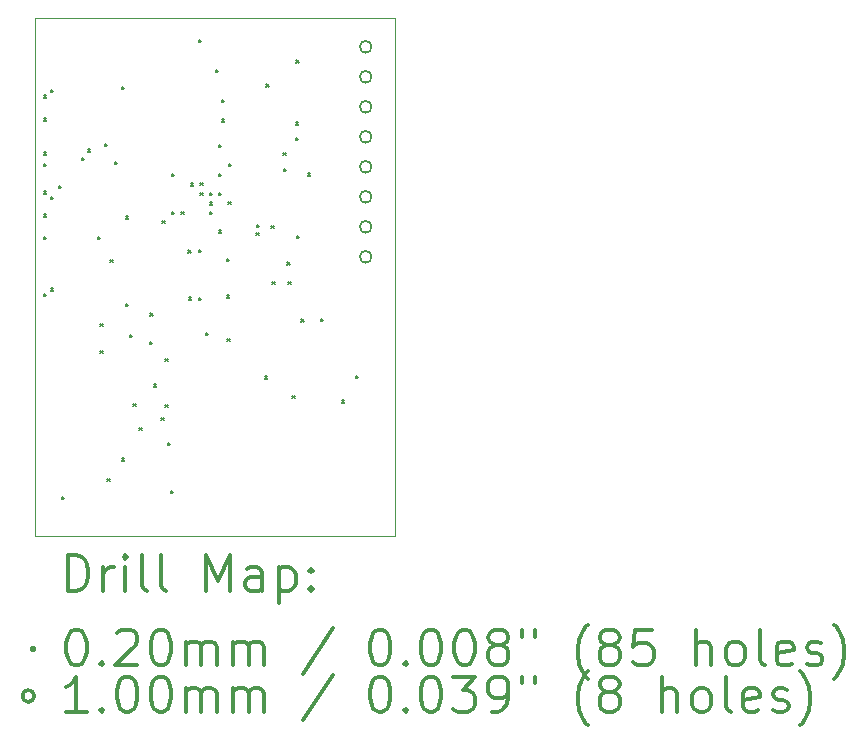
<source format=gbr>
%FSLAX45Y45*%
G04 Gerber Fmt 4.5, Leading zero omitted, Abs format (unit mm)*
G04 Created by KiCad (PCBNEW (5.1.0)-1) date 2019-04-11 03:02:55*
%MOMM*%
%LPD*%
G04 APERTURE LIST*
%ADD10C,0.050000*%
%ADD11C,0.200000*%
%ADD12C,0.300000*%
G04 APERTURE END LIST*
D10*
X12700000Y-8953500D02*
X12700000Y-13335000D01*
X15748000Y-8953500D02*
X12700000Y-8953500D01*
X15748000Y-13335000D02*
X15748000Y-8953500D01*
X12700000Y-13335000D02*
X15748000Y-13335000D01*
D11*
X12778900Y-9608980D02*
X12798900Y-9628980D01*
X12798900Y-9608980D02*
X12778900Y-9628980D01*
X12778900Y-9802020D02*
X12798900Y-9822020D01*
X12798900Y-9802020D02*
X12778900Y-9822020D01*
X12778900Y-10091580D02*
X12798900Y-10111580D01*
X12798900Y-10091580D02*
X12778900Y-10111580D01*
X12778900Y-10188100D02*
X12798900Y-10208100D01*
X12798900Y-10188100D02*
X12778900Y-10208100D01*
X12778900Y-10421780D02*
X12798900Y-10441780D01*
X12798900Y-10421780D02*
X12778900Y-10441780D01*
X12778900Y-10614820D02*
X12798900Y-10634820D01*
X12798900Y-10614820D02*
X12778900Y-10634820D01*
X12778900Y-10807860D02*
X12798900Y-10827860D01*
X12798900Y-10807860D02*
X12778900Y-10827860D01*
X12778900Y-11290460D02*
X12798900Y-11310460D01*
X12798900Y-11290460D02*
X12778900Y-11310460D01*
X12839860Y-9560720D02*
X12859860Y-9580720D01*
X12859860Y-9560720D02*
X12839860Y-9580720D01*
X12839860Y-10470040D02*
X12859860Y-10490040D01*
X12859860Y-10470040D02*
X12839860Y-10490040D01*
X12839860Y-11242200D02*
X12859860Y-11262200D01*
X12859860Y-11242200D02*
X12839860Y-11262200D01*
X12907530Y-10373520D02*
X12927530Y-10393520D01*
X12927530Y-10373520D02*
X12907530Y-10393520D01*
X12931560Y-13008764D02*
X12951560Y-13028764D01*
X12951560Y-13008764D02*
X12931560Y-13028764D01*
X13098940Y-10139840D02*
X13118940Y-10159840D01*
X13118940Y-10139840D02*
X13098940Y-10159840D01*
X13153156Y-10066320D02*
X13173156Y-10086320D01*
X13173156Y-10066320D02*
X13153156Y-10086320D01*
X13237271Y-10808015D02*
X13257271Y-10828015D01*
X13257271Y-10808015D02*
X13237271Y-10828015D01*
X13256420Y-11770520D02*
X13276420Y-11790520D01*
X13276420Y-11770520D02*
X13256420Y-11790520D01*
X13258452Y-11542936D02*
X13278452Y-11562936D01*
X13278452Y-11542936D02*
X13258452Y-11562936D01*
X13297060Y-10020460D02*
X13317060Y-10040460D01*
X13317060Y-10020460D02*
X13297060Y-10040460D01*
X13314840Y-12856347D02*
X13334840Y-12876347D01*
X13334840Y-12856347D02*
X13314840Y-12876347D01*
X13341997Y-10999376D02*
X13361997Y-11019376D01*
X13361997Y-10999376D02*
X13341997Y-11019376D01*
X13381388Y-10169812D02*
X13401388Y-10189812D01*
X13401388Y-10169812D02*
X13381388Y-10189812D01*
X13438284Y-9537860D02*
X13458284Y-9557860D01*
X13458284Y-9537860D02*
X13438284Y-9557860D01*
X13438284Y-12681872D02*
X13458284Y-12701872D01*
X13458284Y-12681872D02*
X13438284Y-12701872D01*
X13472320Y-10632092D02*
X13492320Y-10652092D01*
X13492320Y-10632092D02*
X13472320Y-10652092D01*
X13472320Y-11370724D02*
X13492320Y-11390724D01*
X13492320Y-11370724D02*
X13472320Y-11390724D01*
X13506864Y-11634376D02*
X13526864Y-11654376D01*
X13526864Y-11634376D02*
X13506864Y-11654376D01*
X13536328Y-12222132D02*
X13556328Y-12242132D01*
X13556328Y-12222132D02*
X13536328Y-12242132D01*
X13587636Y-12423808D02*
X13607636Y-12443808D01*
X13607636Y-12423808D02*
X13587636Y-12443808D01*
X13678568Y-11695336D02*
X13698568Y-11715336D01*
X13698568Y-11695336D02*
X13678568Y-11715336D01*
X13679076Y-11453528D02*
X13699076Y-11473528D01*
X13699076Y-11453528D02*
X13679076Y-11473528D01*
X13708540Y-12055000D02*
X13728540Y-12075000D01*
X13728540Y-12055000D02*
X13708540Y-12075000D01*
X13772040Y-12338972D02*
X13792040Y-12358972D01*
X13792040Y-12338972D02*
X13772040Y-12358972D01*
X13782200Y-10670700D02*
X13802200Y-10690700D01*
X13802200Y-10670700D02*
X13782200Y-10690700D01*
X13807092Y-11841640D02*
X13827092Y-11861640D01*
X13827092Y-11841640D02*
X13807092Y-11861640D01*
X13807092Y-12226704D02*
X13827092Y-12246704D01*
X13827092Y-12226704D02*
X13807092Y-12246704D01*
X13826760Y-12550300D02*
X13846760Y-12570300D01*
X13846760Y-12550300D02*
X13826760Y-12570300D01*
X13855860Y-12959240D02*
X13875860Y-12979240D01*
X13875860Y-12959240D02*
X13855860Y-12979240D01*
X13863480Y-10591960D02*
X13883480Y-10611960D01*
X13883480Y-10591960D02*
X13863480Y-10611960D01*
X13864750Y-10270650D02*
X13884750Y-10290650D01*
X13884750Y-10270650D02*
X13864750Y-10290650D01*
X13942220Y-10591960D02*
X13962220Y-10611960D01*
X13962220Y-10591960D02*
X13942220Y-10611960D01*
X14003181Y-10919620D02*
X14023181Y-10939620D01*
X14023181Y-10919620D02*
X14003181Y-10939620D01*
X14006736Y-11319416D02*
X14026736Y-11339416D01*
X14026736Y-11319416D02*
X14006736Y-11339416D01*
X14023500Y-10353200D02*
X14043500Y-10373200D01*
X14043500Y-10353200D02*
X14023500Y-10373200D01*
X14090556Y-9138572D02*
X14110556Y-9158572D01*
X14110556Y-9138572D02*
X14090556Y-9158572D01*
X14092080Y-10914541D02*
X14112080Y-10934541D01*
X14112080Y-10914541D02*
X14092080Y-10934541D01*
X14093096Y-11321448D02*
X14113096Y-11341448D01*
X14113096Y-11321448D02*
X14093096Y-11341448D01*
X14102240Y-10431940D02*
X14122240Y-10451940D01*
X14122240Y-10431940D02*
X14102240Y-10451940D01*
X14103764Y-10350660D02*
X14123764Y-10370660D01*
X14123764Y-10350660D02*
X14103764Y-10370660D01*
X14147960Y-11620660D02*
X14167960Y-11640660D01*
X14167960Y-11620660D02*
X14147960Y-11640660D01*
X14182250Y-10435750D02*
X14202250Y-10455750D01*
X14202250Y-10435750D02*
X14182250Y-10455750D01*
X14183520Y-10513220D02*
X14203520Y-10533220D01*
X14203520Y-10513220D02*
X14183520Y-10533220D01*
X14183520Y-10591960D02*
X14203520Y-10611960D01*
X14203520Y-10591960D02*
X14183520Y-10611960D01*
X14234828Y-9392064D02*
X14254828Y-9412064D01*
X14254828Y-9392064D02*
X14234828Y-9412064D01*
X14262260Y-10028080D02*
X14282260Y-10048080D01*
X14282260Y-10028080D02*
X14262260Y-10048080D01*
X14262260Y-10271920D02*
X14282260Y-10291920D01*
X14282260Y-10271920D02*
X14262260Y-10291920D01*
X14262260Y-10431940D02*
X14282260Y-10451940D01*
X14282260Y-10431940D02*
X14262260Y-10451940D01*
X14262260Y-10751980D02*
X14282260Y-10771980D01*
X14282260Y-10751980D02*
X14262260Y-10771980D01*
X14285120Y-9812180D02*
X14305120Y-9832180D01*
X14305120Y-9812180D02*
X14285120Y-9832180D01*
X14286560Y-9648180D02*
X14306560Y-9668180D01*
X14306560Y-9648180D02*
X14286560Y-9668180D01*
X14327792Y-10994296D02*
X14347792Y-11014296D01*
X14347792Y-10994296D02*
X14327792Y-11014296D01*
X14328300Y-11300620D02*
X14348300Y-11320620D01*
X14348300Y-11300620D02*
X14328300Y-11320620D01*
X14330840Y-11671460D02*
X14350840Y-11691460D01*
X14350840Y-11671460D02*
X14330840Y-11691460D01*
X14341000Y-10511950D02*
X14361000Y-10531950D01*
X14361000Y-10511950D02*
X14341000Y-10531950D01*
X14345064Y-10190132D02*
X14365064Y-10210132D01*
X14365064Y-10190132D02*
X14345064Y-10210132D01*
X14577220Y-10771792D02*
X14597220Y-10791792D01*
X14597220Y-10771792D02*
X14577220Y-10791792D01*
X14579760Y-10706260D02*
X14599760Y-10726260D01*
X14599760Y-10706260D02*
X14579760Y-10726260D01*
X14651388Y-11985912D02*
X14671388Y-12005912D01*
X14671388Y-11985912D02*
X14651388Y-12005912D01*
X14663580Y-9515000D02*
X14683580Y-9535000D01*
X14683580Y-9515000D02*
X14663580Y-9535000D01*
X14704220Y-10711340D02*
X14724220Y-10731340D01*
X14724220Y-10711340D02*
X14704220Y-10731340D01*
X14713508Y-11186176D02*
X14733508Y-11206176D01*
X14733508Y-11186176D02*
X14713508Y-11206176D01*
X14807692Y-10095804D02*
X14827692Y-10115804D01*
X14827692Y-10095804D02*
X14807692Y-10115804D01*
X14809106Y-10231804D02*
X14829106Y-10251804D01*
X14829106Y-10231804D02*
X14809106Y-10251804D01*
X14841380Y-11021220D02*
X14861380Y-11041220D01*
X14861380Y-11021220D02*
X14841380Y-11041220D01*
X14849508Y-11186320D02*
X14869508Y-11206320D01*
X14869508Y-11186320D02*
X14849508Y-11206320D01*
X14881881Y-12152167D02*
X14901881Y-12172167D01*
X14901881Y-12152167D02*
X14881881Y-12172167D01*
X14910468Y-9838088D02*
X14930468Y-9858088D01*
X14930468Y-9838088D02*
X14910468Y-9858088D01*
X14910468Y-9966612D02*
X14930468Y-9986612D01*
X14930468Y-9966612D02*
X14910468Y-9986612D01*
X14917192Y-9311172D02*
X14937192Y-9331172D01*
X14937192Y-9311172D02*
X14917192Y-9331172D01*
X14920120Y-10797700D02*
X14940120Y-10817700D01*
X14940120Y-10797700D02*
X14920120Y-10817700D01*
X14959320Y-11504244D02*
X14979320Y-11524244D01*
X14979320Y-11504244D02*
X14959320Y-11524244D01*
X15014100Y-10268110D02*
X15034100Y-10288110D01*
X15034100Y-10268110D02*
X15014100Y-10288110D01*
X15123320Y-11499248D02*
X15143320Y-11519248D01*
X15143320Y-11499248D02*
X15123320Y-11519248D01*
X15303660Y-12191652D02*
X15323660Y-12211652D01*
X15323660Y-12191652D02*
X15303660Y-12211652D01*
X15417960Y-11982864D02*
X15437960Y-12002864D01*
X15437960Y-11982864D02*
X15417960Y-12002864D01*
X15554160Y-9197340D02*
G75*
G03X15554160Y-9197340I-50000J0D01*
G01*
X15554160Y-9451340D02*
G75*
G03X15554160Y-9451340I-50000J0D01*
G01*
X15554160Y-9705340D02*
G75*
G03X15554160Y-9705340I-50000J0D01*
G01*
X15554160Y-9959340D02*
G75*
G03X15554160Y-9959340I-50000J0D01*
G01*
X15554160Y-10213340D02*
G75*
G03X15554160Y-10213340I-50000J0D01*
G01*
X15554160Y-10467340D02*
G75*
G03X15554160Y-10467340I-50000J0D01*
G01*
X15554160Y-10721340D02*
G75*
G03X15554160Y-10721340I-50000J0D01*
G01*
X15554160Y-10975340D02*
G75*
G03X15554160Y-10975340I-50000J0D01*
G01*
D12*
X12983928Y-13803214D02*
X12983928Y-13503214D01*
X13055357Y-13503214D01*
X13098214Y-13517500D01*
X13126786Y-13546071D01*
X13141071Y-13574643D01*
X13155357Y-13631786D01*
X13155357Y-13674643D01*
X13141071Y-13731786D01*
X13126786Y-13760357D01*
X13098214Y-13788929D01*
X13055357Y-13803214D01*
X12983928Y-13803214D01*
X13283928Y-13803214D02*
X13283928Y-13603214D01*
X13283928Y-13660357D02*
X13298214Y-13631786D01*
X13312500Y-13617500D01*
X13341071Y-13603214D01*
X13369643Y-13603214D01*
X13469643Y-13803214D02*
X13469643Y-13603214D01*
X13469643Y-13503214D02*
X13455357Y-13517500D01*
X13469643Y-13531786D01*
X13483928Y-13517500D01*
X13469643Y-13503214D01*
X13469643Y-13531786D01*
X13655357Y-13803214D02*
X13626786Y-13788929D01*
X13612500Y-13760357D01*
X13612500Y-13503214D01*
X13812500Y-13803214D02*
X13783928Y-13788929D01*
X13769643Y-13760357D01*
X13769643Y-13503214D01*
X14155357Y-13803214D02*
X14155357Y-13503214D01*
X14255357Y-13717500D01*
X14355357Y-13503214D01*
X14355357Y-13803214D01*
X14626786Y-13803214D02*
X14626786Y-13646071D01*
X14612500Y-13617500D01*
X14583928Y-13603214D01*
X14526786Y-13603214D01*
X14498214Y-13617500D01*
X14626786Y-13788929D02*
X14598214Y-13803214D01*
X14526786Y-13803214D01*
X14498214Y-13788929D01*
X14483928Y-13760357D01*
X14483928Y-13731786D01*
X14498214Y-13703214D01*
X14526786Y-13688929D01*
X14598214Y-13688929D01*
X14626786Y-13674643D01*
X14769643Y-13603214D02*
X14769643Y-13903214D01*
X14769643Y-13617500D02*
X14798214Y-13603214D01*
X14855357Y-13603214D01*
X14883928Y-13617500D01*
X14898214Y-13631786D01*
X14912500Y-13660357D01*
X14912500Y-13746071D01*
X14898214Y-13774643D01*
X14883928Y-13788929D01*
X14855357Y-13803214D01*
X14798214Y-13803214D01*
X14769643Y-13788929D01*
X15041071Y-13774643D02*
X15055357Y-13788929D01*
X15041071Y-13803214D01*
X15026786Y-13788929D01*
X15041071Y-13774643D01*
X15041071Y-13803214D01*
X15041071Y-13617500D02*
X15055357Y-13631786D01*
X15041071Y-13646071D01*
X15026786Y-13631786D01*
X15041071Y-13617500D01*
X15041071Y-13646071D01*
X12677500Y-14287500D02*
X12697500Y-14307500D01*
X12697500Y-14287500D02*
X12677500Y-14307500D01*
X13041071Y-14133214D02*
X13069643Y-14133214D01*
X13098214Y-14147500D01*
X13112500Y-14161786D01*
X13126786Y-14190357D01*
X13141071Y-14247500D01*
X13141071Y-14318929D01*
X13126786Y-14376071D01*
X13112500Y-14404643D01*
X13098214Y-14418929D01*
X13069643Y-14433214D01*
X13041071Y-14433214D01*
X13012500Y-14418929D01*
X12998214Y-14404643D01*
X12983928Y-14376071D01*
X12969643Y-14318929D01*
X12969643Y-14247500D01*
X12983928Y-14190357D01*
X12998214Y-14161786D01*
X13012500Y-14147500D01*
X13041071Y-14133214D01*
X13269643Y-14404643D02*
X13283928Y-14418929D01*
X13269643Y-14433214D01*
X13255357Y-14418929D01*
X13269643Y-14404643D01*
X13269643Y-14433214D01*
X13398214Y-14161786D02*
X13412500Y-14147500D01*
X13441071Y-14133214D01*
X13512500Y-14133214D01*
X13541071Y-14147500D01*
X13555357Y-14161786D01*
X13569643Y-14190357D01*
X13569643Y-14218929D01*
X13555357Y-14261786D01*
X13383928Y-14433214D01*
X13569643Y-14433214D01*
X13755357Y-14133214D02*
X13783928Y-14133214D01*
X13812500Y-14147500D01*
X13826786Y-14161786D01*
X13841071Y-14190357D01*
X13855357Y-14247500D01*
X13855357Y-14318929D01*
X13841071Y-14376071D01*
X13826786Y-14404643D01*
X13812500Y-14418929D01*
X13783928Y-14433214D01*
X13755357Y-14433214D01*
X13726786Y-14418929D01*
X13712500Y-14404643D01*
X13698214Y-14376071D01*
X13683928Y-14318929D01*
X13683928Y-14247500D01*
X13698214Y-14190357D01*
X13712500Y-14161786D01*
X13726786Y-14147500D01*
X13755357Y-14133214D01*
X13983928Y-14433214D02*
X13983928Y-14233214D01*
X13983928Y-14261786D02*
X13998214Y-14247500D01*
X14026786Y-14233214D01*
X14069643Y-14233214D01*
X14098214Y-14247500D01*
X14112500Y-14276071D01*
X14112500Y-14433214D01*
X14112500Y-14276071D02*
X14126786Y-14247500D01*
X14155357Y-14233214D01*
X14198214Y-14233214D01*
X14226786Y-14247500D01*
X14241071Y-14276071D01*
X14241071Y-14433214D01*
X14383928Y-14433214D02*
X14383928Y-14233214D01*
X14383928Y-14261786D02*
X14398214Y-14247500D01*
X14426786Y-14233214D01*
X14469643Y-14233214D01*
X14498214Y-14247500D01*
X14512500Y-14276071D01*
X14512500Y-14433214D01*
X14512500Y-14276071D02*
X14526786Y-14247500D01*
X14555357Y-14233214D01*
X14598214Y-14233214D01*
X14626786Y-14247500D01*
X14641071Y-14276071D01*
X14641071Y-14433214D01*
X15226786Y-14118929D02*
X14969643Y-14504643D01*
X15612500Y-14133214D02*
X15641071Y-14133214D01*
X15669643Y-14147500D01*
X15683928Y-14161786D01*
X15698214Y-14190357D01*
X15712500Y-14247500D01*
X15712500Y-14318929D01*
X15698214Y-14376071D01*
X15683928Y-14404643D01*
X15669643Y-14418929D01*
X15641071Y-14433214D01*
X15612500Y-14433214D01*
X15583928Y-14418929D01*
X15569643Y-14404643D01*
X15555357Y-14376071D01*
X15541071Y-14318929D01*
X15541071Y-14247500D01*
X15555357Y-14190357D01*
X15569643Y-14161786D01*
X15583928Y-14147500D01*
X15612500Y-14133214D01*
X15841071Y-14404643D02*
X15855357Y-14418929D01*
X15841071Y-14433214D01*
X15826786Y-14418929D01*
X15841071Y-14404643D01*
X15841071Y-14433214D01*
X16041071Y-14133214D02*
X16069643Y-14133214D01*
X16098214Y-14147500D01*
X16112500Y-14161786D01*
X16126786Y-14190357D01*
X16141071Y-14247500D01*
X16141071Y-14318929D01*
X16126786Y-14376071D01*
X16112500Y-14404643D01*
X16098214Y-14418929D01*
X16069643Y-14433214D01*
X16041071Y-14433214D01*
X16012500Y-14418929D01*
X15998214Y-14404643D01*
X15983928Y-14376071D01*
X15969643Y-14318929D01*
X15969643Y-14247500D01*
X15983928Y-14190357D01*
X15998214Y-14161786D01*
X16012500Y-14147500D01*
X16041071Y-14133214D01*
X16326786Y-14133214D02*
X16355357Y-14133214D01*
X16383928Y-14147500D01*
X16398214Y-14161786D01*
X16412500Y-14190357D01*
X16426786Y-14247500D01*
X16426786Y-14318929D01*
X16412500Y-14376071D01*
X16398214Y-14404643D01*
X16383928Y-14418929D01*
X16355357Y-14433214D01*
X16326786Y-14433214D01*
X16298214Y-14418929D01*
X16283928Y-14404643D01*
X16269643Y-14376071D01*
X16255357Y-14318929D01*
X16255357Y-14247500D01*
X16269643Y-14190357D01*
X16283928Y-14161786D01*
X16298214Y-14147500D01*
X16326786Y-14133214D01*
X16598214Y-14261786D02*
X16569643Y-14247500D01*
X16555357Y-14233214D01*
X16541071Y-14204643D01*
X16541071Y-14190357D01*
X16555357Y-14161786D01*
X16569643Y-14147500D01*
X16598214Y-14133214D01*
X16655357Y-14133214D01*
X16683928Y-14147500D01*
X16698214Y-14161786D01*
X16712500Y-14190357D01*
X16712500Y-14204643D01*
X16698214Y-14233214D01*
X16683928Y-14247500D01*
X16655357Y-14261786D01*
X16598214Y-14261786D01*
X16569643Y-14276071D01*
X16555357Y-14290357D01*
X16541071Y-14318929D01*
X16541071Y-14376071D01*
X16555357Y-14404643D01*
X16569643Y-14418929D01*
X16598214Y-14433214D01*
X16655357Y-14433214D01*
X16683928Y-14418929D01*
X16698214Y-14404643D01*
X16712500Y-14376071D01*
X16712500Y-14318929D01*
X16698214Y-14290357D01*
X16683928Y-14276071D01*
X16655357Y-14261786D01*
X16826786Y-14133214D02*
X16826786Y-14190357D01*
X16941071Y-14133214D02*
X16941071Y-14190357D01*
X17383928Y-14547500D02*
X17369643Y-14533214D01*
X17341071Y-14490357D01*
X17326786Y-14461786D01*
X17312500Y-14418929D01*
X17298214Y-14347500D01*
X17298214Y-14290357D01*
X17312500Y-14218929D01*
X17326786Y-14176071D01*
X17341071Y-14147500D01*
X17369643Y-14104643D01*
X17383928Y-14090357D01*
X17541071Y-14261786D02*
X17512500Y-14247500D01*
X17498214Y-14233214D01*
X17483928Y-14204643D01*
X17483928Y-14190357D01*
X17498214Y-14161786D01*
X17512500Y-14147500D01*
X17541071Y-14133214D01*
X17598214Y-14133214D01*
X17626786Y-14147500D01*
X17641071Y-14161786D01*
X17655357Y-14190357D01*
X17655357Y-14204643D01*
X17641071Y-14233214D01*
X17626786Y-14247500D01*
X17598214Y-14261786D01*
X17541071Y-14261786D01*
X17512500Y-14276071D01*
X17498214Y-14290357D01*
X17483928Y-14318929D01*
X17483928Y-14376071D01*
X17498214Y-14404643D01*
X17512500Y-14418929D01*
X17541071Y-14433214D01*
X17598214Y-14433214D01*
X17626786Y-14418929D01*
X17641071Y-14404643D01*
X17655357Y-14376071D01*
X17655357Y-14318929D01*
X17641071Y-14290357D01*
X17626786Y-14276071D01*
X17598214Y-14261786D01*
X17926786Y-14133214D02*
X17783928Y-14133214D01*
X17769643Y-14276071D01*
X17783928Y-14261786D01*
X17812500Y-14247500D01*
X17883928Y-14247500D01*
X17912500Y-14261786D01*
X17926786Y-14276071D01*
X17941071Y-14304643D01*
X17941071Y-14376071D01*
X17926786Y-14404643D01*
X17912500Y-14418929D01*
X17883928Y-14433214D01*
X17812500Y-14433214D01*
X17783928Y-14418929D01*
X17769643Y-14404643D01*
X18298214Y-14433214D02*
X18298214Y-14133214D01*
X18426786Y-14433214D02*
X18426786Y-14276071D01*
X18412500Y-14247500D01*
X18383928Y-14233214D01*
X18341071Y-14233214D01*
X18312500Y-14247500D01*
X18298214Y-14261786D01*
X18612500Y-14433214D02*
X18583928Y-14418929D01*
X18569643Y-14404643D01*
X18555357Y-14376071D01*
X18555357Y-14290357D01*
X18569643Y-14261786D01*
X18583928Y-14247500D01*
X18612500Y-14233214D01*
X18655357Y-14233214D01*
X18683928Y-14247500D01*
X18698214Y-14261786D01*
X18712500Y-14290357D01*
X18712500Y-14376071D01*
X18698214Y-14404643D01*
X18683928Y-14418929D01*
X18655357Y-14433214D01*
X18612500Y-14433214D01*
X18883928Y-14433214D02*
X18855357Y-14418929D01*
X18841071Y-14390357D01*
X18841071Y-14133214D01*
X19112500Y-14418929D02*
X19083928Y-14433214D01*
X19026786Y-14433214D01*
X18998214Y-14418929D01*
X18983928Y-14390357D01*
X18983928Y-14276071D01*
X18998214Y-14247500D01*
X19026786Y-14233214D01*
X19083928Y-14233214D01*
X19112500Y-14247500D01*
X19126786Y-14276071D01*
X19126786Y-14304643D01*
X18983928Y-14333214D01*
X19241071Y-14418929D02*
X19269643Y-14433214D01*
X19326786Y-14433214D01*
X19355357Y-14418929D01*
X19369643Y-14390357D01*
X19369643Y-14376071D01*
X19355357Y-14347500D01*
X19326786Y-14333214D01*
X19283928Y-14333214D01*
X19255357Y-14318929D01*
X19241071Y-14290357D01*
X19241071Y-14276071D01*
X19255357Y-14247500D01*
X19283928Y-14233214D01*
X19326786Y-14233214D01*
X19355357Y-14247500D01*
X19469643Y-14547500D02*
X19483928Y-14533214D01*
X19512500Y-14490357D01*
X19526786Y-14461786D01*
X19541071Y-14418929D01*
X19555357Y-14347500D01*
X19555357Y-14290357D01*
X19541071Y-14218929D01*
X19526786Y-14176071D01*
X19512500Y-14147500D01*
X19483928Y-14104643D01*
X19469643Y-14090357D01*
X12697500Y-14693500D02*
G75*
G03X12697500Y-14693500I-50000J0D01*
G01*
X13141071Y-14829214D02*
X12969643Y-14829214D01*
X13055357Y-14829214D02*
X13055357Y-14529214D01*
X13026786Y-14572071D01*
X12998214Y-14600643D01*
X12969643Y-14614929D01*
X13269643Y-14800643D02*
X13283928Y-14814929D01*
X13269643Y-14829214D01*
X13255357Y-14814929D01*
X13269643Y-14800643D01*
X13269643Y-14829214D01*
X13469643Y-14529214D02*
X13498214Y-14529214D01*
X13526786Y-14543500D01*
X13541071Y-14557786D01*
X13555357Y-14586357D01*
X13569643Y-14643500D01*
X13569643Y-14714929D01*
X13555357Y-14772071D01*
X13541071Y-14800643D01*
X13526786Y-14814929D01*
X13498214Y-14829214D01*
X13469643Y-14829214D01*
X13441071Y-14814929D01*
X13426786Y-14800643D01*
X13412500Y-14772071D01*
X13398214Y-14714929D01*
X13398214Y-14643500D01*
X13412500Y-14586357D01*
X13426786Y-14557786D01*
X13441071Y-14543500D01*
X13469643Y-14529214D01*
X13755357Y-14529214D02*
X13783928Y-14529214D01*
X13812500Y-14543500D01*
X13826786Y-14557786D01*
X13841071Y-14586357D01*
X13855357Y-14643500D01*
X13855357Y-14714929D01*
X13841071Y-14772071D01*
X13826786Y-14800643D01*
X13812500Y-14814929D01*
X13783928Y-14829214D01*
X13755357Y-14829214D01*
X13726786Y-14814929D01*
X13712500Y-14800643D01*
X13698214Y-14772071D01*
X13683928Y-14714929D01*
X13683928Y-14643500D01*
X13698214Y-14586357D01*
X13712500Y-14557786D01*
X13726786Y-14543500D01*
X13755357Y-14529214D01*
X13983928Y-14829214D02*
X13983928Y-14629214D01*
X13983928Y-14657786D02*
X13998214Y-14643500D01*
X14026786Y-14629214D01*
X14069643Y-14629214D01*
X14098214Y-14643500D01*
X14112500Y-14672071D01*
X14112500Y-14829214D01*
X14112500Y-14672071D02*
X14126786Y-14643500D01*
X14155357Y-14629214D01*
X14198214Y-14629214D01*
X14226786Y-14643500D01*
X14241071Y-14672071D01*
X14241071Y-14829214D01*
X14383928Y-14829214D02*
X14383928Y-14629214D01*
X14383928Y-14657786D02*
X14398214Y-14643500D01*
X14426786Y-14629214D01*
X14469643Y-14629214D01*
X14498214Y-14643500D01*
X14512500Y-14672071D01*
X14512500Y-14829214D01*
X14512500Y-14672071D02*
X14526786Y-14643500D01*
X14555357Y-14629214D01*
X14598214Y-14629214D01*
X14626786Y-14643500D01*
X14641071Y-14672071D01*
X14641071Y-14829214D01*
X15226786Y-14514929D02*
X14969643Y-14900643D01*
X15612500Y-14529214D02*
X15641071Y-14529214D01*
X15669643Y-14543500D01*
X15683928Y-14557786D01*
X15698214Y-14586357D01*
X15712500Y-14643500D01*
X15712500Y-14714929D01*
X15698214Y-14772071D01*
X15683928Y-14800643D01*
X15669643Y-14814929D01*
X15641071Y-14829214D01*
X15612500Y-14829214D01*
X15583928Y-14814929D01*
X15569643Y-14800643D01*
X15555357Y-14772071D01*
X15541071Y-14714929D01*
X15541071Y-14643500D01*
X15555357Y-14586357D01*
X15569643Y-14557786D01*
X15583928Y-14543500D01*
X15612500Y-14529214D01*
X15841071Y-14800643D02*
X15855357Y-14814929D01*
X15841071Y-14829214D01*
X15826786Y-14814929D01*
X15841071Y-14800643D01*
X15841071Y-14829214D01*
X16041071Y-14529214D02*
X16069643Y-14529214D01*
X16098214Y-14543500D01*
X16112500Y-14557786D01*
X16126786Y-14586357D01*
X16141071Y-14643500D01*
X16141071Y-14714929D01*
X16126786Y-14772071D01*
X16112500Y-14800643D01*
X16098214Y-14814929D01*
X16069643Y-14829214D01*
X16041071Y-14829214D01*
X16012500Y-14814929D01*
X15998214Y-14800643D01*
X15983928Y-14772071D01*
X15969643Y-14714929D01*
X15969643Y-14643500D01*
X15983928Y-14586357D01*
X15998214Y-14557786D01*
X16012500Y-14543500D01*
X16041071Y-14529214D01*
X16241071Y-14529214D02*
X16426786Y-14529214D01*
X16326786Y-14643500D01*
X16369643Y-14643500D01*
X16398214Y-14657786D01*
X16412500Y-14672071D01*
X16426786Y-14700643D01*
X16426786Y-14772071D01*
X16412500Y-14800643D01*
X16398214Y-14814929D01*
X16369643Y-14829214D01*
X16283928Y-14829214D01*
X16255357Y-14814929D01*
X16241071Y-14800643D01*
X16569643Y-14829214D02*
X16626786Y-14829214D01*
X16655357Y-14814929D01*
X16669643Y-14800643D01*
X16698214Y-14757786D01*
X16712500Y-14700643D01*
X16712500Y-14586357D01*
X16698214Y-14557786D01*
X16683928Y-14543500D01*
X16655357Y-14529214D01*
X16598214Y-14529214D01*
X16569643Y-14543500D01*
X16555357Y-14557786D01*
X16541071Y-14586357D01*
X16541071Y-14657786D01*
X16555357Y-14686357D01*
X16569643Y-14700643D01*
X16598214Y-14714929D01*
X16655357Y-14714929D01*
X16683928Y-14700643D01*
X16698214Y-14686357D01*
X16712500Y-14657786D01*
X16826786Y-14529214D02*
X16826786Y-14586357D01*
X16941071Y-14529214D02*
X16941071Y-14586357D01*
X17383928Y-14943500D02*
X17369643Y-14929214D01*
X17341071Y-14886357D01*
X17326786Y-14857786D01*
X17312500Y-14814929D01*
X17298214Y-14743500D01*
X17298214Y-14686357D01*
X17312500Y-14614929D01*
X17326786Y-14572071D01*
X17341071Y-14543500D01*
X17369643Y-14500643D01*
X17383928Y-14486357D01*
X17541071Y-14657786D02*
X17512500Y-14643500D01*
X17498214Y-14629214D01*
X17483928Y-14600643D01*
X17483928Y-14586357D01*
X17498214Y-14557786D01*
X17512500Y-14543500D01*
X17541071Y-14529214D01*
X17598214Y-14529214D01*
X17626786Y-14543500D01*
X17641071Y-14557786D01*
X17655357Y-14586357D01*
X17655357Y-14600643D01*
X17641071Y-14629214D01*
X17626786Y-14643500D01*
X17598214Y-14657786D01*
X17541071Y-14657786D01*
X17512500Y-14672071D01*
X17498214Y-14686357D01*
X17483928Y-14714929D01*
X17483928Y-14772071D01*
X17498214Y-14800643D01*
X17512500Y-14814929D01*
X17541071Y-14829214D01*
X17598214Y-14829214D01*
X17626786Y-14814929D01*
X17641071Y-14800643D01*
X17655357Y-14772071D01*
X17655357Y-14714929D01*
X17641071Y-14686357D01*
X17626786Y-14672071D01*
X17598214Y-14657786D01*
X18012500Y-14829214D02*
X18012500Y-14529214D01*
X18141071Y-14829214D02*
X18141071Y-14672071D01*
X18126786Y-14643500D01*
X18098214Y-14629214D01*
X18055357Y-14629214D01*
X18026786Y-14643500D01*
X18012500Y-14657786D01*
X18326786Y-14829214D02*
X18298214Y-14814929D01*
X18283928Y-14800643D01*
X18269643Y-14772071D01*
X18269643Y-14686357D01*
X18283928Y-14657786D01*
X18298214Y-14643500D01*
X18326786Y-14629214D01*
X18369643Y-14629214D01*
X18398214Y-14643500D01*
X18412500Y-14657786D01*
X18426786Y-14686357D01*
X18426786Y-14772071D01*
X18412500Y-14800643D01*
X18398214Y-14814929D01*
X18369643Y-14829214D01*
X18326786Y-14829214D01*
X18598214Y-14829214D02*
X18569643Y-14814929D01*
X18555357Y-14786357D01*
X18555357Y-14529214D01*
X18826786Y-14814929D02*
X18798214Y-14829214D01*
X18741071Y-14829214D01*
X18712500Y-14814929D01*
X18698214Y-14786357D01*
X18698214Y-14672071D01*
X18712500Y-14643500D01*
X18741071Y-14629214D01*
X18798214Y-14629214D01*
X18826786Y-14643500D01*
X18841071Y-14672071D01*
X18841071Y-14700643D01*
X18698214Y-14729214D01*
X18955357Y-14814929D02*
X18983928Y-14829214D01*
X19041071Y-14829214D01*
X19069643Y-14814929D01*
X19083928Y-14786357D01*
X19083928Y-14772071D01*
X19069643Y-14743500D01*
X19041071Y-14729214D01*
X18998214Y-14729214D01*
X18969643Y-14714929D01*
X18955357Y-14686357D01*
X18955357Y-14672071D01*
X18969643Y-14643500D01*
X18998214Y-14629214D01*
X19041071Y-14629214D01*
X19069643Y-14643500D01*
X19183928Y-14943500D02*
X19198214Y-14929214D01*
X19226786Y-14886357D01*
X19241071Y-14857786D01*
X19255357Y-14814929D01*
X19269643Y-14743500D01*
X19269643Y-14686357D01*
X19255357Y-14614929D01*
X19241071Y-14572071D01*
X19226786Y-14543500D01*
X19198214Y-14500643D01*
X19183928Y-14486357D01*
M02*

</source>
